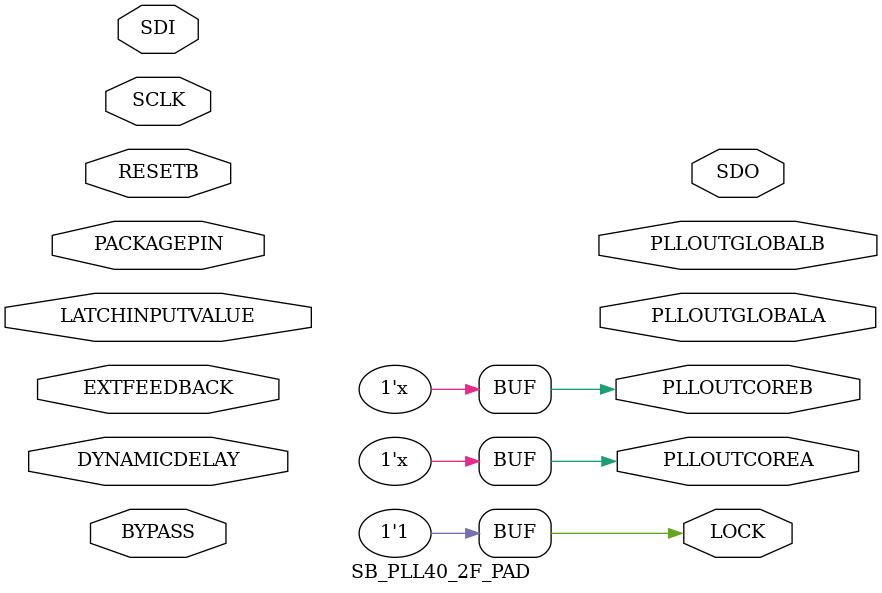
<source format=v>
module SB_PLL40_2F_PAD (
	input   PACKAGEPIN,
	output reg PLLOUTCOREA = 1,
	output  PLLOUTGLOBALA,
	output reg  PLLOUTCOREB = 1,
	output  PLLOUTGLOBALB,
	input   EXTFEEDBACK,
	input   [7:0] DYNAMICDELAY,
	output  LOCK,
	input   BYPASS,
	input   RESETB,
	input   LATCHINPUTVALUE,
	output  SDO,
	input   SDI,
	input   SCLK
);
	parameter FEEDBACK_PATH = "SIMPLE";
	parameter DELAY_ADJUSTMENT_MODE_FEEDBACK = "FIXED";
	parameter DELAY_ADJUSTMENT_MODE_RELATIVE = "FIXED";
	parameter SHIFTREG_DIV_MODE = 2'b00;
	parameter FDA_FEEDBACK = 4'b0000;
	parameter FDA_RELATIVE = 4'b0000;
	parameter PLLOUT_SELECT_PORTA = "GENCLK";
	parameter PLLOUT_SELECT_PORTB = "GENCLK";
	parameter DIVR = 4'b0000;
	parameter DIVF = 7'b0000000;
	parameter DIVQ = 3'b000;
	parameter FILTER_RANGE = 3'b000;
	parameter ENABLE_ICEGATE_PORTA = 1'b0;
	parameter ENABLE_ICEGATE_PORTB = 1'b0;
	parameter TEST_MODE = 1'b0;
	parameter EXTERNAL_DIVIDE_FACTOR = 1;

	assign LOCK = 1'b1;
	always #15500 PLLOUTCOREA <= !PLLOUTCOREA;
	always #31000 PLLOUTCOREB <= !PLLOUTCOREB;
	
endmodule

</source>
